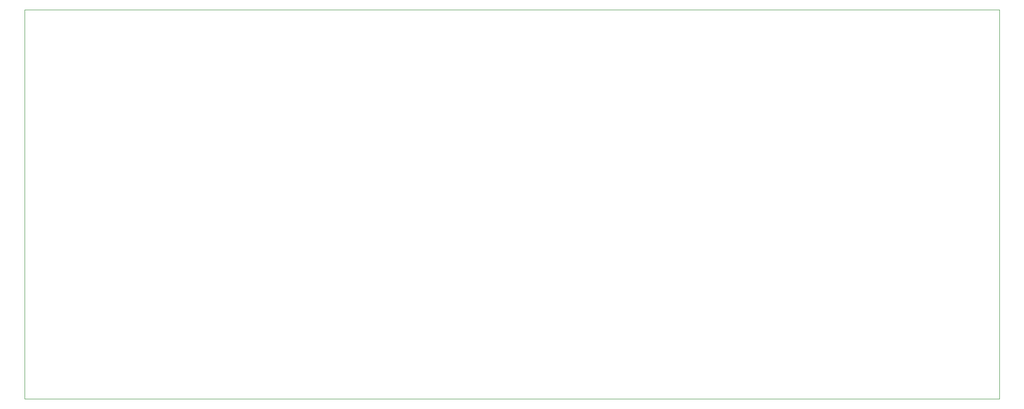
<source format=gbr>
%TF.GenerationSoftware,KiCad,Pcbnew,7.0.9*%
%TF.CreationDate,2023-12-08T11:51:25+05:30*%
%TF.ProjectId,Led_Cube_BaseControler,4c65645f-4375-4626-955f-42617365436f,rev?*%
%TF.SameCoordinates,Original*%
%TF.FileFunction,Profile,NP*%
%FSLAX46Y46*%
G04 Gerber Fmt 4.6, Leading zero omitted, Abs format (unit mm)*
G04 Created by KiCad (PCBNEW 7.0.9) date 2023-12-08 11:51:25*
%MOMM*%
%LPD*%
G01*
G04 APERTURE LIST*
%TA.AperFunction,Profile*%
%ADD10C,0.100000*%
%TD*%
G04 APERTURE END LIST*
D10*
X15240000Y-12700000D02*
X193040000Y-12700000D01*
X193040000Y-83820000D01*
X15240000Y-83820000D01*
X15240000Y-12700000D01*
M02*

</source>
